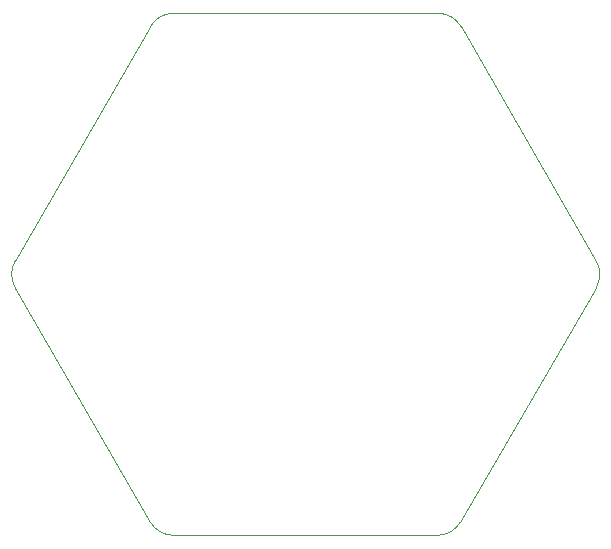
<source format=gbr>
%TF.GenerationSoftware,KiCad,Pcbnew,7.0.5*%
%TF.CreationDate,2023-08-12T02:06:38+02:00*%
%TF.ProjectId,STM32F4_HexGauge_V3,53544d33-3246-4345-9f48-657847617567,rev?*%
%TF.SameCoordinates,Original*%
%TF.FileFunction,Profile,NP*%
%FSLAX46Y46*%
G04 Gerber Fmt 4.6, Leading zero omitted, Abs format (unit mm)*
G04 Created by KiCad (PCBNEW 7.0.5) date 2023-08-12 02:06:38*
%MOMM*%
%LPD*%
G01*
G04 APERTURE LIST*
%TA.AperFunction,Profile*%
%ADD10C,0.100000*%
%TD*%
G04 APERTURE END LIST*
D10*
X146518750Y-84945000D02*
G75*
G03*
X146518750Y-82695000I-1949950J1125000D01*
G01*
X133070000Y-105919999D02*
G75*
G03*
X135020538Y-104791560I0J2249999D01*
G01*
X133120000Y-61720000D02*
X110720000Y-61720000D01*
X135058073Y-62827034D02*
G75*
G03*
X133120000Y-61720000I-1938073J-1142966D01*
G01*
X97320002Y-82695000D02*
G75*
G03*
X97320002Y-84945000I1949998J-1125000D01*
G01*
X97320001Y-82695000D02*
X108760298Y-62864527D01*
X108760298Y-104775473D02*
G75*
G03*
X110720000Y-105920000I1959702J1105473D01*
G01*
X110720000Y-105920000D02*
X133070000Y-105920000D01*
X146518750Y-82695000D02*
X135058073Y-62827034D01*
X97320001Y-84945000D02*
X108760298Y-104775473D01*
X110720000Y-61720000D02*
G75*
G03*
X108760298Y-62864527I0J-2250000D01*
G01*
X146518750Y-84945000D02*
X135020539Y-104791560D01*
M02*

</source>
